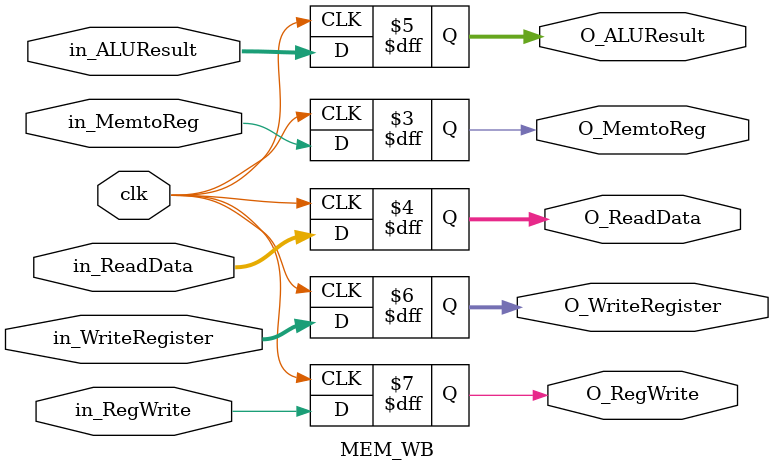
<source format=v>
`timescale 1ns / 1ps
module MEM_WB(	
	input 		 clk,
	input 		 in_MemtoReg ,
	input [15:0] in_ReadData ,
	input [15:0] in_ALUResult,
	input [2:0]	 in_WriteRegister ,
	input 		 in_RegWrite,
	
	output  reg				O_MemtoReg,
	output  reg [15:0] 	O_ReadData,
	output  reg [15:0] 	O_ALUResult,
	output  reg [2:0] 	O_WriteRegister,
	output  reg 			O_RegWrite
    );
	 
	 initial O_RegWrite = 0;
	 
	 always@(negedge clk ) begin
		
		O_MemtoReg <= in_MemtoReg ;
		O_ReadData <= in_ReadData ;
		O_ALUResult <= in_ALUResult ;
		O_RegWrite <= in_RegWrite;
		O_WriteRegister <= in_WriteRegister;
		
	 end
	 
	


endmodule

</source>
